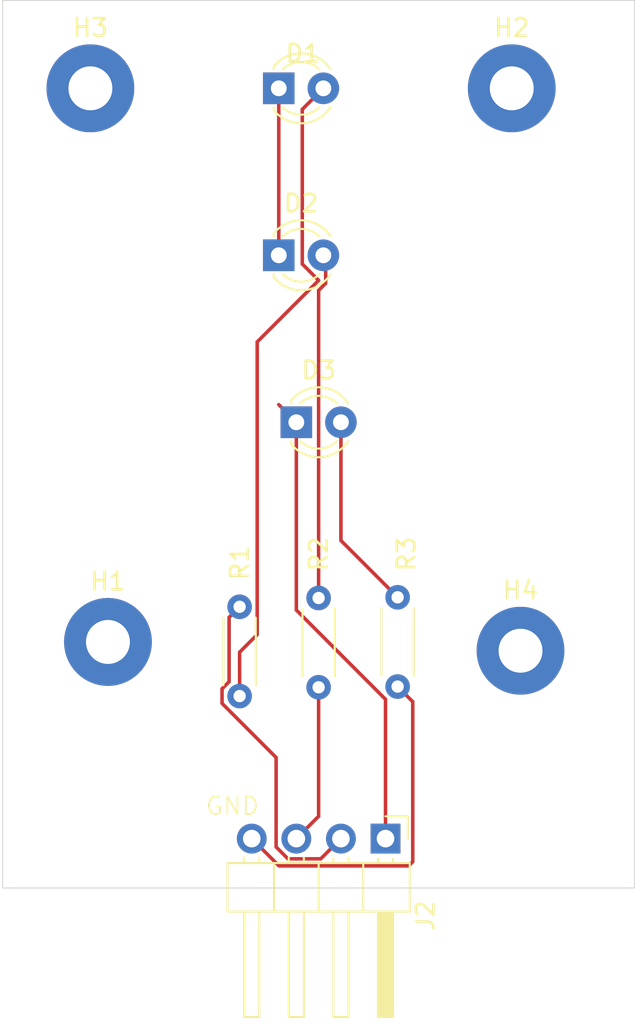
<source format=kicad_pcb>
(kicad_pcb (version 20241229) (generator "pcbnew") (generator_version "9.0")
  (layers (0 "F.Cu" signal) (2 "B.Cu" signal) (13 "F.Paste" user) (15 "B.Paste" user) (5 "F.SilkS" user "F.Silkscreen") (7 "B.SilkS" user "B.Silkscreen") (1 "F.Mask" user) (3 "B.Mask" user) (25 "Edge.Cuts" user))
  (net 0 "")
  (net 1 "Net-(D1-A)")
  (net 2 "Net-(D1-K)")
  (net 3 "Net-(D2-A)")
  (net 4 "Net-(D3-A)")
  (net 5 "Net-(J2-Pin_3)")
  (net 6 "Net-(J2-Pin_2)")
  (net 7 "Net-(J2-Pin_4)")
  (footprint "Resistor_THT:R_Axial_DIN0204_L3.6mm_D1.6mm_P5.08mm_Horizontal" (layer "F.Cu") (at 178 81.58 90)
    (property "Reference" "R2" (at 7.58 0 90) (layer "F.SilkS"))
    (property "Value" "R")
    (fp_line (start 0.62 -0.92) (end 4.46 -0.92) (stroke (width 0.12)) (layer "F.SilkS"))
    (fp_line (start 0.62 0.92) (end 4.46 0.92) (stroke (width 0.12)) (layer "F.SilkS"))
    (pad "1" thru_hole circle (at 0 0 90) (size 1.4 1.4) (drill 0.7) (layers "*.Cu" "*.Mask") (net 5 "Net-(J2-Pin_3)"))
    (pad "2" thru_hole circle (at 5.08 0 90) (size 1.4 1.4) (drill 0.7) (layers "*.Cu" "*.Mask") (net 3 "Net-(D2-A)"))
  )
  (footprint "MountingHole:MountingHole_2.5mm_Pad" (layer "F.Cu") (at 189 47.5)
    (property "Reference" "H2" (at 0 -3.45 0) (layer "F.SilkS"))
    (property "Value" "MountingHole")
    (pad "1" thru_hole circle (at 0 0) (size 5 5) (drill 2.5) (layers "*.Cu" "*.Mask"))
  )
  (footprint "MountingHole:MountingHole_2.5mm_Pad" (layer "F.Cu") (at 166 79)
    (property "Reference" "H1" (at 0 -3.45 0) (layer "F.SilkS"))
    (property "Value" "MountingHole")
    (pad "1" thru_hole circle (at 0 0) (size 5 5) (drill 2.5) (layers "*.Cu" "*.Mask"))
  )
  (footprint "MountingHole:MountingHole_2.5mm_Pad" (layer "F.Cu") (at 189.5 79.5)
    (property "Reference" "H4" (at 0 -3.45 0) (layer "F.SilkS"))
    (property "Value" "MountingHole")
    (pad "1" thru_hole circle (at 0 0) (size 5 5) (drill 2.5) (layers "*.Cu" "*.Mask"))
  )
  (footprint "Resistor_THT:R_Axial_DIN0204_L3.6mm_D1.6mm_P5.08mm_Horizontal" (layer "F.Cu") (at 173.5 77 -90)
    (property "Reference" "R1" (at -2.5 0 90) (layer "F.SilkS"))
    (property "Value" "R")
    (fp_line (start 0.62 0.92) (end 4.46 0.92) (stroke (width 0.12)) (layer "F.SilkS"))
    (fp_line (start 0.62 -0.92) (end 4.46 -0.92) (stroke (width 0.12)) (layer "F.SilkS"))
    (pad "1" thru_hole circle (at 0 0 270) (size 1.4 1.4) (drill 0.7) (layers "*.Cu" "*.Mask") (net 6 "Net-(J2-Pin_2)"))
    (pad "2" thru_hole circle (at 5.08 0 270) (size 1.4 1.4) (drill 0.7) (layers "*.Cu" "*.Mask") (net 1 "Net-(D1-A)"))
  )
  (footprint "LED_THT:LED_D3.0mm" (layer "F.Cu") (at 175.73 47.5)
    (property "Reference" "D1" (at 1.36566 -1.987699 0) (layer "F.SilkS"))
    (property "Value" "LED")
    (fp_line (start -0.29 -1.236) (end -0.29 -1.08) (stroke (width 0.12)) (layer "F.SilkS"))
    (fp_line (start -0.29 1.08) (end -0.29 1.236) (stroke (width 0.12)) (layer "F.SilkS"))
    (fp_arc (start -0.29 -1.235516) (mid 1.36566 -1.987699) (end 2.941437 -1.08) (stroke (width 0.12)) (layer "F.SilkS"))
    (fp_arc (start 0.229039 -1.08) (mid 1.27 -1.5) (end 2.310961 -1.08) (stroke (width 0.12)) (layer "F.SilkS"))
    (fp_arc (start 2.310961 1.08) (mid 1.27 1.5) (end 0.229039 1.08) (stroke (width 0.12)) (layer "F.SilkS"))
    (fp_arc (start 2.941437 1.08) (mid 1.36566 1.987699) (end -0.29 1.235516) (stroke (width 0.12)) (layer "F.SilkS"))
    (pad "1" thru_hole rect (at 0 0) (size 1.8 1.8) (drill 0.9) (layers "*.Cu" "*.Mask") (net 2 "Net-(D1-K)"))
    (pad "2" thru_hole circle (at 2.54 0) (size 1.8 1.8) (drill 0.9) (layers "*.Cu" "*.Mask") (net 1 "Net-(D1-A)"))
  )
  (footprint "LED_THT:LED_D3.0mm" (layer "F.Cu") (at 175.73 57)
    (property "Reference" "D2" (at 1.27 -2.96 0) (layer "F.SilkS"))
    (property "Value" "LED")
    (fp_line (start -0.29 -1.236) (end -0.29 -1.08) (stroke (width 0.12)) (layer "F.SilkS"))
    (fp_line (start -0.29 1.08) (end -0.29 1.236) (stroke (width 0.12)) (layer "F.SilkS"))
    (fp_arc (start -0.29 -1.235516) (mid 1.36566 -1.987699) (end 2.941437 -1.08) (stroke (width 0.12)) (layer "F.SilkS"))
    (fp_arc (start 0.229039 -1.08) (mid 1.27 -1.5) (end 2.310961 -1.08) (stroke (width 0.12)) (layer "F.SilkS"))
    (fp_arc (start 2.310961 1.08) (mid 1.27 1.5) (end 0.229039 1.08) (stroke (width 0.12)) (layer "F.SilkS"))
    (fp_arc (start 2.941437 1.08) (mid 1.36566 1.987699) (end -0.29 1.235516) (stroke (width 0.12)) (layer "F.SilkS"))
    (pad "1" thru_hole rect (at 0 0) (size 1.8 1.8) (drill 0.9) (layers "*.Cu" "*.Mask") (net 2 "Net-(D1-K)"))
    (pad "2" thru_hole circle (at 2.54 0) (size 1.8 1.8) (drill 0.9) (layers "*.Cu" "*.Mask") (net 3 "Net-(D2-A)"))
  )
  (footprint "Connector_PinHeader_2.54mm:PinHeader_1x04_P2.54mm_Horizontal" (layer "F.Cu") (at 181.81 90.19 -90)
    (property "Reference" "J2" (at 4.385 -2.27 90) (layer "F.SilkS"))
    (property "Value" "Conn_01x04")
    (fp_line (start 1.39 9) (end 4.15 9) (stroke (width 0.12)) (layer "F.SilkS"))
    (fp_line (start 4.15 9) (end 4.15 -1.38) (stroke (width 0.12)) (layer "F.SilkS"))
    (fp_line (start 1.077358 8.05) (end 1.39 8.05) (stroke (width 0.12)) (layer "F.SilkS"))
    (fp_line (start 10.15 8.05) (end 4.15 8.05) (stroke (width 0.12)) (layer "F.SilkS"))
    (fp_line (start 1.077358 7.19) (end 1.39 7.19) (stroke (width 0.12)) (layer "F.SilkS"))
    (fp_line (start 4.15 7.19) (end 10.15 7.19) (stroke (width 0.12)) (layer "F.SilkS"))
    (fp_line (start 10.15 7.19) (end 10.15 8.05) (stroke (width 0.12)) (layer "F.SilkS"))
    (fp_line (start 1.39 6.35) (end 4.15 6.35) (stroke (width 0.12)) (layer "F.SilkS"))
    (fp_line (start 1.077358 5.51) (end 1.39 5.51) (stroke (width 0.12)) (layer "F.SilkS"))
    (fp_line (start 10.15 5.51) (end 4.15 5.51) (stroke (width 0.12)) (layer "F.SilkS"))
    (fp_line (start 1.077358 4.65) (end 1.39 4.65) (stroke (width 0.12)) (layer "F.SilkS"))
    (fp_line (start 4.15 4.65) (end 10.15 4.65) (stroke (width 0.12)) (layer "F.SilkS"))
    (fp_line (start 10.15 4.65) (end 10.15 5.51) (stroke (width 0.12)) (layer "F.SilkS"))
    (fp_line (start 1.39 3.81) (end 4.15 3.81) (stroke (width 0.12)) (layer "F.SilkS"))
    (fp_line (start 1.077358 2.97) (end 1.39 2.97) (stroke (width 0.12)) (layer "F.SilkS"))
    (fp_line (start 10.15 2.97) (end 4.15 2.97) (stroke (width 0.12)) (layer "F.SilkS"))
    (fp_line (start 1.077358 2.11) (end 1.39 2.11) (stroke (width 0.12)) (layer "F.SilkS"))
    (fp_line (start 4.15 2.11) (end 10.15 2.11) (stroke (width 0.12)) (layer "F.SilkS"))
    (fp_line (start 10.15 2.11) (end 10.15 2.97) (stroke (width 0.12)) (layer "F.SilkS"))
    (fp_line (start 1.39 1.27) (end 4.15 1.27) (stroke (width 0.12)) (layer "F.SilkS"))
    (fp_line (start 1.16 0.43) (end 1.39 0.43) (stroke (width 0.12)) (layer "F.SilkS"))
    (fp_line (start -1.27 0) (end -1.27 -1.27) (stroke (width 0.12)) (layer "F.SilkS"))
    (fp_line (start 1.16 -0.43) (end 1.39 -0.43) (stroke (width 0.12)) (layer "F.SilkS"))
    (fp_line (start -1.27 -1.27) (end 0 -1.27) (stroke (width 0.12)) (layer "F.SilkS"))
    (fp_line (start 1.39 -1.38) (end 1.39 9) (stroke (width 0.12)) (layer "F.SilkS"))
    (fp_line (start 4.15 -1.38) (end 1.39 -1.38) (stroke (width 0.12)) (layer "F.SilkS"))
    (fp_rect (start 4.15 -0.43) (end 10.15 0.43) (stroke (width 0.12)) (fill yes) (layer "F.SilkS"))
    (pad "1" thru_hole rect (at 0 0 270) (size 1.7 1.7) (drill 1) (layers "*.Cu" "*.Mask") (net 2 "Net-(D1-K)"))
    (pad "2" thru_hole circle (at 0 2.54 270) (size 1.7 1.7) (drill 1) (layers "*.Cu" "*.Mask") (net 6 "Net-(J2-Pin_2)"))
    (pad "3" thru_hole circle (at 0 5.08 270) (size 1.7 1.7) (drill 1) (layers "*.Cu" "*.Mask") (net 5 "Net-(J2-Pin_3)"))
    (pad "4" thru_hole circle (at 0 7.62 270) (size 1.7 1.7) (drill 1) (layers "*.Cu" "*.Mask") (net 7 "Net-(J2-Pin_4)"))
  )
  (footprint "LED_THT:LED_D3.0mm" (layer "F.Cu") (at 176.73 66.5)
    (property "Reference" "D3" (at 1.27 -2.96 0) (layer "F.SilkS"))
    (property "Value" "LED")
    (fp_line (start -0.29 -1.236) (end -0.29 -1.08) (stroke (width 0.12)) (layer "F.SilkS"))
    (fp_line (start -0.29 1.08) (end -0.29 1.236) (stroke (width 0.12)) (layer "F.SilkS"))
    (fp_arc (start -0.29 -1.235516) (mid 1.36566 -1.987699) (end 2.941437 -1.08) (stroke (width 0.12)) (layer "F.SilkS"))
    (fp_arc (start 0.229039 -1.08) (mid 1.27 -1.5) (end 2.310961 -1.08) (stroke (width 0.12)) (layer "F.SilkS"))
    (fp_arc (start 2.310961 1.08) (mid 1.27 1.5) (end 0.229039 1.08) (stroke (width 0.12)) (layer "F.SilkS"))
    (fp_arc (start 2.941437 1.08) (mid 1.36566 1.987699) (end -0.29 1.235516) (stroke (width 0.12)) (layer "F.SilkS"))
    (pad "1" thru_hole rect (at 0 0) (size 1.8 1.8) (drill 0.9) (layers "*.Cu" "*.Mask") (net 2 "Net-(D1-K)"))
    (pad "2" thru_hole circle (at 2.54 0) (size 1.8 1.8) (drill 0.9) (layers "*.Cu" "*.Mask") (net 4 "Net-(D3-A)"))
  )
  (footprint "Resistor_THT:R_Axial_DIN0204_L3.6mm_D1.6mm_P5.08mm_Horizontal" (layer "F.Cu") (at 182.5 81.54 90)
    (property "Reference" "R3" (at 7.54 0.5 90) (layer "F.SilkS"))
    (property "Value" "R")
    (fp_line (start 0.62 -0.92) (end 4.46 -0.92) (stroke (width 0.12)) (layer "F.SilkS"))
    (fp_line (start 0.62 0.92) (end 4.46 0.92) (stroke (width 0.12)) (layer "F.SilkS"))
    (pad "1" thru_hole circle (at 0 0 90) (size 1.4 1.4) (drill 0.7) (layers "*.Cu" "*.Mask") (net 7 "Net-(J2-Pin_4)"))
    (pad "2" thru_hole circle (at 5.08 0 90) (size 1.4 1.4) (drill 0.7) (layers "*.Cu" "*.Mask") (net 4 "Net-(D3-A)"))
  )
  (footprint "MountingHole:MountingHole_2.5mm_Pad" (layer "F.Cu") (at 165 47.5)
    (property "Reference" "H3" (at 0 -3.45 0) (layer "F.SilkS"))
    (property "Value" "MountingHole")
    (pad "1" thru_hole circle (at 0 0) (size 5 5) (drill 2.5) (layers "*.Cu" "*.Mask"))
  )
  (gr_rect (start 160 42.5) (end 196 93) (stroke (width 0.05)) (fill no) (layer "Edge.Cuts"))
  (gr_text "GND" (at 171.5 88.92 0) (layer "F.SilkS") (effects (font (size 1 1) (thickness 0.1)) (justify left bottom)))
  (segment (start 173.5 79.584372) (end 174.501 78.583372) (width 0.2) (layer "F.Cu") (net 1))
  (segment (start 178.27 47.5) (end 177.069 48.701) (width 0.2) (layer "F.Cu") (net 1))
  (segment (start 177.069 57.497471) (end 178 58.428471) (width 0.2) (layer "F.Cu") (net 1))
  (segment (start 177.069 48.701) (end 177.069 57.497471) (width 0.2) (layer "F.Cu") (net 1))
  (segment (start 173.5 79.584372) (end 173.5 82.08) (width 0.2) (layer "F.Cu") (net 1))
  (segment (start 174.501 61.927471) (end 178 58.428471) (width 0.2) (layer "F.Cu") (net 1))
  (segment (start 174.501 78.583372) (end 174.501 61.927471) (width 0.2) (layer "F.Cu") (net 1))
  (segment (start 181.81 82.265628) (end 176.73 77.185628) (width 0.2) (layer "F.Cu") (net 2))
  (segment (start 175.73 47.5) (end 175.73 57) (width 0.2) (layer "F.Cu") (net 2))
  (segment (start 175.73 65.5) (end 176.73 66.5) (width 0.2) (layer "F.Cu") (net 2))
  (segment (start 181.81 90.19) (end 181.81 82.265628) (width 0.2) (layer "F.Cu") (net 2))
  (segment (start 176.73 77.185628) (end 176.73 66.5) (width 0.2) (layer "F.Cu") (net 2))
  (segment (start 178.401 57.131) (end 178.27 57) (width 0.2) (layer "F.Cu") (net 3))
  (segment (start 178 76.5) (end 178 58.995571) (width 0.2) (layer "F.Cu") (net 3))
  (segment (start 178.401 58.594571) (end 178.401 57.131) (width 0.2) (layer "F.Cu") (net 3))
  (segment (start 178 58.995571) (end 178.401 58.594571) (width 0.2) (layer "F.Cu") (net 3))
  (segment (start 179.27 73.23) (end 182.5 76.46) (width 0.2) (layer "F.Cu") (net 4))
  (segment (start 179.27 66.5) (end 179.27 73.23) (width 0.2) (layer "F.Cu") (net 4))
  (segment (start 178 88.92) (end 176.73 90.19) (width 0.2) (layer "F.Cu") (net 5))
  (segment (start 178 81.58) (end 178 88.92) (width 0.2) (layer "F.Cu") (net 5))
  (segment (start 173.5 77) (end 172.9 77.6) (width 0.2) (layer "F.Cu") (net 6))
  (segment (start 179.27 90.19) (end 178.119 91.341) (width 0.2) (layer "F.Cu") (net 6))
  (segment (start 172.499 81.665372) (end 172.9 81.264372) (width 0.2) (layer "F.Cu") (net 6))
  (segment (start 178.119 91.341) (end 176.25324 91.341) (width 0.2) (layer "F.Cu") (net 6))
  (segment (start 176.25324 91.341) (end 175.579 90.66676) (width 0.2) (layer "F.Cu") (net 6))
  (segment (start 175.579 85.574628) (end 172.499 82.494628) (width 0.2) (layer "F.Cu") (net 6))
  (segment (start 172.9 77.6) (end 172.9 81.264372) (width 0.2) (layer "F.Cu") (net 6))
  (segment (start 172.499 82.494628) (end 172.499 81.665372) (width 0.2) (layer "F.Cu") (net 6))
  (segment (start 175.579 90.66676) (end 175.579 85.574628) (width 0.2) (layer "F.Cu") (net 6))
  (segment (start 183.362 91.5071) (end 183.1271 91.742) (width 0.2) (layer "F.Cu") (net 7))
  (segment (start 175.742 91.742) (end 183.1271 91.742) (width 0.2) (layer "F.Cu") (net 7))
  (segment (start 174.19 90.19) (end 175.742 91.742) (width 0.2) (layer "F.Cu") (net 7))
  (segment (start 183.362 82.402) (end 183.362 91.5071) (width 0.2) (layer "F.Cu") (net 7))
  (segment (start 182.5 81.54) (end 183.362 82.402) (width 0.2) (layer "F.Cu") (net 7))
)
</source>
